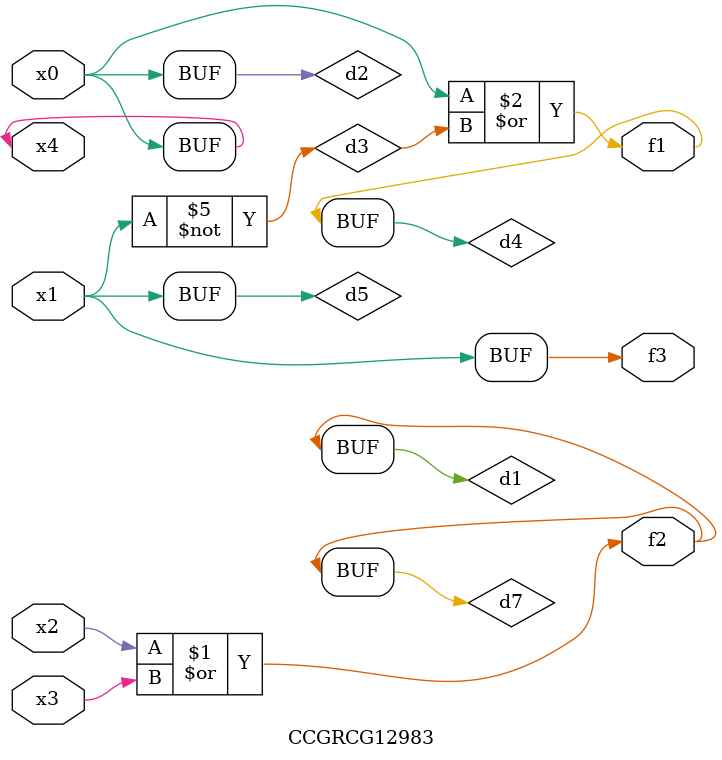
<source format=v>
module CCGRCG12983(
	input x0, x1, x2, x3, x4,
	output f1, f2, f3
);

	wire d1, d2, d3, d4, d5, d6, d7;

	or (d1, x2, x3);
	buf (d2, x0, x4);
	not (d3, x1);
	or (d4, d2, d3);
	not (d5, d3);
	nand (d6, d1, d3);
	or (d7, d1);
	assign f1 = d4;
	assign f2 = d7;
	assign f3 = d5;
endmodule

</source>
